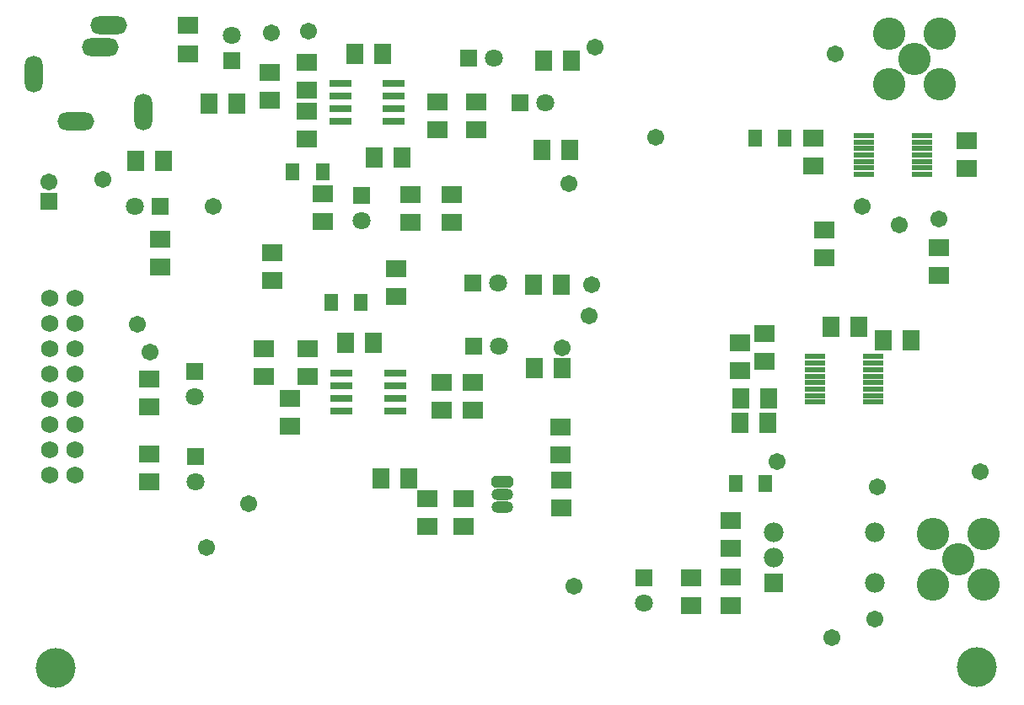
<source format=gbr>
G04 DipTrace 3.3.1.1*
G04 TopMask.gbr*
%MOIN*%
G04 #@! TF.FileFunction,Soldermask,Top*
G04 #@! TF.Part,Single*
%AMOUTLINE1*
4,1,8,
-0.031191,0.023701,
-0.043386,0.011506,
-0.043386,-0.011506,
-0.031191,-0.023701,
0.031191,-0.023701,
0.043386,-0.011506,
0.043386,0.011506,
0.031191,0.023701,
-0.031191,0.023701,
0*%
%ADD38C,0.15748*%
%ADD44R,0.078898X0.02378*%
%ADD46R,0.086772X0.031654*%
%ADD48C,0.078031*%
%ADD50R,0.078031X0.078031*%
%ADD52O,0.086772X0.047402*%
%ADD54C,0.067087*%
%ADD56C,0.128031*%
%ADD58R,0.055276X0.071024*%
%ADD60C,0.067087*%
%ADD62R,0.067087X0.067087*%
%ADD64O,0.145827X0.071024*%
%ADD66O,0.071024X0.145827*%
%ADD68C,0.068031*%
%ADD70R,0.071024X0.078898*%
%ADD72R,0.071024X0.071024*%
%ADD74C,0.071024*%
%ADD76R,0.078898X0.071024*%
%ADD82OUTLINE1*%
%FSLAX26Y26*%
G04*
G70*
G90*
G75*
G01*
G04 TopMask*
%LPD*%
D76*
X917080Y1570293D3*
Y1680529D3*
D74*
X1099308Y1612374D3*
D72*
Y1712374D3*
D76*
X1394370Y2783604D3*
Y2893840D3*
D74*
X2281465Y2950752D3*
D72*
X2181465D3*
D76*
X3350161Y1751715D3*
Y1861951D3*
D74*
X1243306Y3042507D3*
D72*
Y2942507D3*
D74*
X2483710Y2775434D3*
D72*
X2383710D3*
D76*
X1071315Y3080022D3*
Y2969786D3*
D70*
X3363513Y1507483D3*
X3253277D3*
D76*
X1540311Y2743022D3*
Y2632786D3*
X1371000Y1690482D3*
Y1800718D3*
D74*
X2297475Y2060412D3*
D72*
X2197475D3*
D76*
X3253615Y1715832D3*
Y1826068D3*
D74*
X862273Y2365415D3*
D72*
X962273D3*
D76*
X3060705Y893534D3*
Y783298D3*
D74*
X2300987Y1812167D3*
D72*
X2200987D3*
D74*
X2874978Y793614D3*
D72*
Y893614D3*
D70*
X864825Y2544446D3*
X975062D3*
X3366546Y1605375D3*
X3256310D3*
D76*
X1474336Y1606400D3*
Y1496164D3*
X1950930Y2412722D3*
Y2302486D3*
D74*
X1757457Y2308849D3*
D72*
Y2408849D3*
D76*
X1405440Y2181373D3*
Y2071136D3*
X2547261Y1280436D3*
Y1170199D3*
X1603146Y2415312D3*
Y2305076D3*
X3543622Y2634407D3*
Y2524171D3*
X4149436Y2624210D3*
Y2513974D3*
D74*
X1100052Y1273668D3*
D72*
Y1373668D3*
D76*
X917270Y1276139D3*
Y1386375D3*
D70*
X3820157Y1834215D3*
X3930394D3*
D76*
X1895373Y2117269D3*
Y2007033D3*
D70*
X3614844Y1888051D3*
X3725080D3*
D76*
X2197551Y1557782D3*
Y1668018D3*
X2209959Y2668458D3*
Y2778694D3*
X2160685Y1206920D3*
Y1096684D3*
D38*
X4192063Y540385D3*
X547793Y536681D3*
D68*
X523056Y1902283D3*
Y1802283D3*
Y1702283D3*
Y1602283D3*
Y1502283D3*
Y1402283D3*
Y1302283D3*
X623056D3*
Y1402283D3*
Y1502283D3*
Y1602283D3*
Y1702283D3*
Y1802283D3*
Y1902283D3*
Y2002283D3*
X523056D3*
D66*
X459659Y2886577D3*
D64*
X757135Y3080722D3*
X724652Y2994668D3*
X627278Y2702000D3*
D66*
X895293Y2736890D3*
D62*
X519448Y2383307D3*
D60*
Y2462047D3*
D58*
X1603825Y2502512D3*
X1485715D3*
X1755361Y1983437D3*
X1637251D3*
X3313627Y2635367D3*
X3431738D3*
X3355055Y1267345D3*
X3236945D3*
D56*
X4218808Y868297D3*
X4018808D3*
Y1068297D3*
X4218808D3*
X4118808Y968297D3*
D54*
X2682310Y2993533D3*
X2577241Y2454310D3*
D56*
X4044625Y3047474D3*
Y2847474D3*
D54*
X2667455Y2056429D3*
X2551921Y1803933D3*
X1401549Y3051043D3*
X733730Y2469925D3*
X920992Y1787427D3*
X1312087Y1187178D3*
X3738663Y2363902D3*
X4039437Y2314029D3*
X3788301Y731585D3*
X3401930Y1354836D3*
X3797499Y1255944D3*
X4205280Y1315639D3*
X1171474Y2365042D3*
X2921727Y2639668D3*
D56*
X3844625Y2847474D3*
D54*
X2657429Y1930161D3*
D56*
X3844625Y3047474D3*
D54*
X2598740Y862753D3*
X1144417Y1015831D3*
X870316Y1897088D3*
X1548139Y3056668D3*
X3618470Y659791D3*
X3629470Y2966828D3*
X3884797Y2290298D3*
D56*
X3944625Y2947474D3*
D82*
X2315262Y1273583D3*
D52*
Y1223583D3*
Y1173583D3*
D70*
X2478913Y2942434D3*
X2589150D3*
D76*
X1541793Y2825772D3*
Y2936008D3*
X2059278Y2668378D3*
Y2778614D3*
D70*
X1155560Y2771290D3*
X1265797D3*
X1729815Y2969257D3*
X1840051D3*
X2470541Y2589197D3*
X2580777D3*
D76*
X3218514Y1010209D3*
Y1120445D3*
X3586152Y2160298D3*
Y2270534D3*
D70*
X2438577Y2055415D3*
X2548814D3*
D76*
X4041400Y2092365D3*
Y2202601D3*
X1543105Y1691348D3*
Y1801584D3*
X2073152Y1556462D3*
Y1666698D3*
X962024Y2234138D3*
Y2123902D3*
X3216605Y786448D3*
Y896684D3*
D70*
X1695159Y1825083D3*
X1805395D3*
X2440744Y1723497D3*
X2550980D3*
X1806484Y2559077D3*
X1916720D3*
D76*
X2114354Y2302608D3*
Y2412844D3*
X2543109Y1382196D3*
Y1492432D3*
X2016316Y1208736D3*
Y1098500D3*
D70*
X1944003Y1286752D3*
X1833766D3*
D50*
X3387545Y875293D3*
D48*
Y975293D3*
Y1075293D3*
X3787545D3*
Y875293D3*
D46*
X1672690Y2850602D3*
Y2800602D3*
Y2750602D3*
Y2700602D3*
X1885289D3*
Y2750602D3*
Y2800602D3*
Y2850602D3*
X1679161Y1705274D3*
Y1655274D3*
Y1605274D3*
Y1555274D3*
X1891760D3*
Y1605274D3*
Y1655274D3*
Y1705274D3*
D44*
X3551903Y1769891D3*
Y1744301D3*
Y1718710D3*
Y1693119D3*
Y1667529D3*
Y1641938D3*
Y1616348D3*
Y1590757D3*
X3780257D3*
X3780249Y1616348D3*
Y1641938D3*
Y1667529D3*
Y1693119D3*
Y1718710D3*
Y1744301D3*
Y1769891D3*
X3745702Y2644678D3*
Y2619088D3*
Y2593497D3*
Y2567907D3*
Y2542316D3*
Y2516726D3*
X3745710Y2491135D3*
X3974049D3*
Y2516726D3*
Y2542316D3*
Y2567907D3*
Y2593497D3*
Y2619088D3*
Y2644678D3*
M02*

</source>
